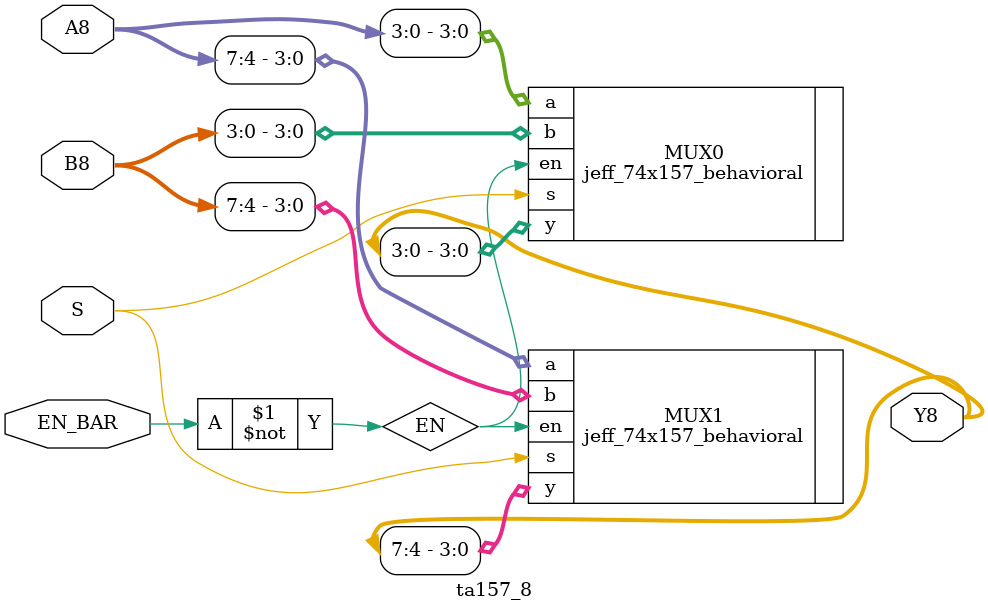
<source format=v>


module ta157_8(
    input  [7:0]    A8,                 // 
    input  [7:0]    B8,                 // 
    input           S,                  //
    input           EN_BAR,             //
    output [7:0]    Y8                  // 
);


// Replaced ta157_bar and ta157 in THESIS with jeff_74x157
assign EN = ~EN_BAR;

// Lower 4 bits - Quad 2x1 multiplexers
jeff_74x157_behavioral MUX0 (
    .a(A8[3:0]),
    .b(B8[3:0]),
    .s(S),
    .en(EN),
    .y(Y8[3:0])
);

// Upper 4 bits - Quad 2x1 multiplexers
jeff_74x157_behavioral MUX1 (
    .a(A8[7:4]),
    .b(B8[7:4]),
    .s(S),
    .en(EN),
    .y(Y8[7:4])
);

endmodule
</source>
